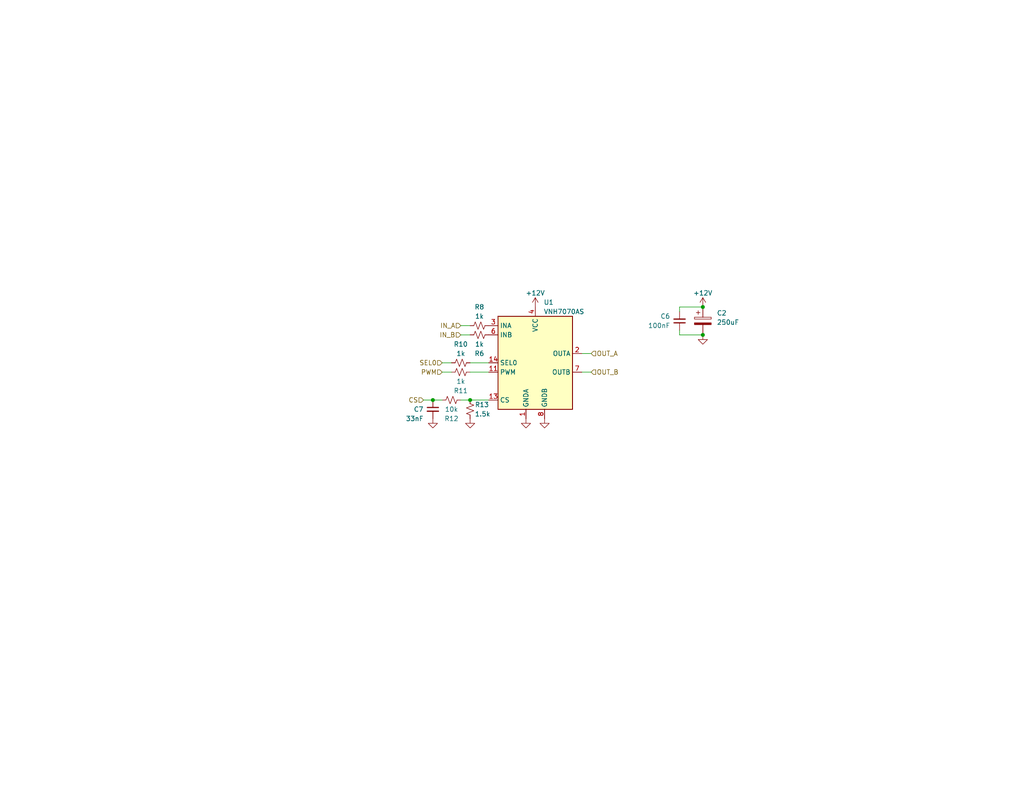
<source format=kicad_sch>
(kicad_sch (version 20231120) (generator "eeschema") (generator_version "8.0")
  (paper "USLetter")
  (title_block (title "AMP PCBv3") (date "2024-04-03") (rev "B") (company "Autonomous Motorsports Purdue"))
  (lib_symbols
    (symbol "AMP_Custom:VNH7070AS"
      (property "Reference" "U" (at -7.62 13.97 0))
      (property "Value" "VNH7070AS" (at 6.604 13.97 0))
      (symbol "VNH7070AS_0_1"
        (rectangle (start -10.16 12.7) (end 10.16 -12.7) (stroke (width 0.254)) (fill (type background)))
      )
      (symbol "VNH7070AS_1_1"
        (pin power_in line (at -2.54 -15.24 90) (length 2.54) (name "GNDA") (number "1"))
        (pin output line (at 12.7 -2.54 180) (length 2.54) hide (name "OUTB") (number "10"))
        (pin open_collector line (at -12.7 -2.54 0) (length 2.54) (name "PWM") (number "11"))
        (pin power_in line (at 0 15.24 270) (length 2.54) hide (name "VCC") (number "12"))
        (pin output line (at -12.7 -10.16 0) (length 2.54) (name "CS") (number "13"))
        (pin open_collector line (at -12.7 0 0) (length 2.54) (name "SEL0") (number "14"))
        (pin output line (at 12.7 2.54 180) (length 2.54) hide (name "OUTA") (number "15"))
        (pin power_in line (at -2.54 -15.24 90) (length 2.54) hide (name "GNDA") (number "16"))
        (pin output line (at 12.7 2.54 180) (length 2.54) (name "OUTA") (number "2"))
        (pin input line (at -12.7 10.16 0) (length 2.54) (name "INA") (number "3"))
        (pin power_in line (at 0 15.24 270) (length 2.54) (name "VCC") (number "4"))
        (pin power_in line (at 0 15.24 270) (length 2.54) hide (name "VCC") (number "5"))
        (pin input line (at -12.7 7.62 0) (length 2.54) (name "INB") (number "6"))
        (pin output line (at 12.7 -2.54 180) (length 2.54) (name "OUTB") (number "7"))
        (pin power_in line (at 2.54 -15.24 90) (length 2.54) (name "GNDB") (number "8"))
        (pin power_in line (at 2.54 -15.24 90) (length 2.54) hide (name "GNDB") (number "9"))
      )
    )
    (symbol "Device:C_Polarized" (pin_numbers hide) (pin_names (offset 0.254))
      (property "Reference" "C" (at 0.635 2.54 0))
      (property "Value" "C_Polarized" (at 0.635 -2.54 0))
      (symbol "C_Polarized_0_1"
        (rectangle (start -2.286 0.508) (end 2.286 1.016))
        (polyline (pts (xy -1.778 2.286) (xy -0.762 2.286)))
        (polyline (pts (xy -1.27 2.794) (xy -1.27 1.778)))
        (rectangle (start 2.286 -0.508) (end -2.286 -1.016) (fill (type outline)))
      )
      (symbol "C_Polarized_1_1"
        (pin passive line (at 0 3.81 270) (length 2.794) (name "~") (number "1"))
        (pin passive line (at 0 -3.81 90) (length 2.794) (name "~") (number "2"))
      )
    )
    (symbol "Device:C_Small" (pin_numbers hide) (pin_names (offset 0.254) hide)
      (property "Reference" "C" (at 0.254 1.778 0))
      (property "Value" "C_Small" (at 0.254 -2.032 0))
      (symbol "C_Small_0_1"
        (polyline (pts (xy -1.524 -0.508) (xy 1.524 -0.508)) (stroke (width 0.3302)))
        (polyline (pts (xy -1.524 0.508) (xy 1.524 0.508)) (stroke (width 0.3048)))
      )
      (symbol "C_Small_1_1"
        (pin passive line (at 0 2.54 270) (length 2.032) (name "~") (number "1"))
        (pin passive line (at 0 -2.54 90) (length 2.032) (name "~") (number "2"))
      )
    )
    (symbol "Device:R_Small_US" (pin_numbers hide) (pin_names (offset 0.254) hide)
      (property "Reference" "R" (at 0.762 0.508 0))
      (property "Value" "R_Small_US" (at 0.762 -1.016 0))
      (symbol "R_Small_US_1_1"
        (polyline (pts (xy 0 0) (xy 1.016 -0.381) (xy 0 -0.762) (xy -1.016 -1.143) (xy 0 -1.524)))
        (polyline (pts (xy 0 1.524) (xy 1.016 1.143) (xy 0 0.762) (xy -1.016 0.381) (xy 0 0)))
        (pin passive line (at 0 2.54 270) (length 1.016) (name "~") (number "1"))
        (pin passive line (at 0 -2.54 90) (length 1.016) (name "~") (number "2"))
      )
    )
    (symbol "power:+12V" (power) (pin_names (offset 0))
      (property "Value" "+12V" (at 0 3.556 0))
      (symbol "+12V_0_1"
        (polyline (pts (xy -0.762 1.27) (xy 0 2.54)))
        (polyline (pts (xy 0 0) (xy 0 2.54)))
        (polyline (pts (xy 0 2.54) (xy 0.762 1.27)))
      )
      (symbol "+12V_1_1"
        (pin power_in line (at 0 0 90) (length 0) hide (name "+12V") (number "1"))
      )
    )
    (symbol "power:GND" (power) (pin_names (offset 0))
      (property "Value" "GND" (at 0 -3.81 0))
      (symbol "GND_0_1"
        (polyline (pts (xy 0 0) (xy 0 -1.27) (xy 1.27 -1.27) (xy 0 -2.54) (xy -1.27 -1.27) (xy 0 -1.27)))
      )
      (symbol "GND_1_1"
        (pin power_in line (at 0 0 270) (length 0) hide (name "GND") (number "1"))
      )
    )
  )
  (junction (at 191.77 83.82))
  (junction (at 128.27 109.22))
  (junction (at 118.11 109.22))
  (junction (at 191.77 91.44))
  (wire (pts (xy 161.29 101.6) (xy 158.75 101.6)))
  (wire (pts (xy 185.42 91.44) (xy 191.77 91.44)))
  (wire (pts (xy 185.42 83.82) (xy 191.77 83.82)))
  (wire (pts (xy 120.65 101.6) (xy 123.19 101.6)))
  (wire (pts (xy 128.27 101.6) (xy 133.35 101.6)))
  (wire (pts (xy 125.73 88.9) (xy 128.27 88.9)))
  (wire (pts (xy 120.65 99.06) (xy 123.19 99.06)))
  (wire (pts (xy 125.73 91.44) (xy 128.27 91.44)))
  (wire (pts (xy 128.27 99.06) (xy 133.35 99.06)))
  (wire (pts (xy 185.42 90.17) (xy 185.42 91.44)))
  (wire (pts (xy 125.73 109.22) (xy 128.27 109.22)))
  (wire (pts (xy 128.27 109.22) (xy 133.35 109.22)))
  (wire (pts (xy 185.42 85.09) (xy 185.42 83.82)))
  (wire (pts (xy 118.11 109.22) (xy 120.65 109.22)))
  (wire (pts (xy 158.75 96.52) (xy 161.29 96.52)))
  (wire (pts (xy 115.57 109.22) (xy 118.11 109.22)))
  (hierarchical_label "CS" (shape input) (at 115.57 109.22 180))
  (hierarchical_label "IN_B" (shape input) (at 125.73 91.44 180))
  (hierarchical_label "PWM" (shape input) (at 120.65 101.6 180))
  (hierarchical_label "OUT_A" (shape input) (at 161.29 96.52 0))
  (hierarchical_label "SEL0" (shape input) (at 120.65 99.06 180))
  (hierarchical_label "IN_A" (shape input) (at 125.73 88.9 180))
  (hierarchical_label "OUT_B" (shape input) (at 161.29 101.6 0))
  (symbol (lib_id "power:GND") (at 128.27 114.3 0) (unit 1)
    (property "Reference" "#PWR041" (effects (hide yes)))
    (property "Value" "GND" (effects (hide yes)))
  )
  (symbol (lib_id "Device:R_Small_US") (at 130.81 88.9 90) (unit 1)
    (property "Reference" "R8" (at 130.81 83.82 90))
    (property "Value" "1k" (at 130.81 86.36 90))
    (property "Footprint" "Resistor_SMD:R_0805_2012Metric_Pad1.20x1.40mm_HandSolder" (effects (hide yes)))
    (property "JLC" "C17513" (effects (hide yes)))
  )
  (symbol (lib_id "power:GND") (at 118.11 114.3 0) (unit 1)
    (property "Reference" "#PWR042" (effects (hide yes)))
    (property "Value" "GND" (effects (hide yes)))
  )
  (symbol (lib_id "power:GND") (at 191.77 91.44 0) (unit 1)
    (property "Reference" "#PWR046" (effects (hide yes)))
    (property "Value" "GND" (effects (hide yes)))
  )
  (symbol (lib_id "Device:R_Small_US") (at 125.73 101.6 270) (unit 1)
    (property "Reference" "R11" (at 125.73 106.68 90))
    (property "Value" "1k" (at 125.73 104.14 90))
    (property "Footprint" "Resistor_SMD:R_0805_2012Metric_Pad1.20x1.40mm_HandSolder" (effects (hide yes)))
    (property "JLC" "C17513" (effects (hide yes)))
  )
  (symbol (lib_id "AMP_Custom:VNH7070AS") (at 146.05 99.06 0) (unit 1)
    (property "Reference" "U1" (at 148.336 82.55 0) (effects (justify left)))
    (property "Value" "VNH7070AS" (at 148.336 85.09 0) (effects (justify left)))
    (property "Footprint" "Package_SO:SOP-16_3.9x9.9mm_P1.27mm" (effects (hide yes)))
    (property "Datasheet" "https://www.st.com/content/ccc/resource/technical/document/datasheet/08/97/0a/0c/cf/4b/41/40/DM00213876.pdf/files/DM00213876.pdf/jcr:content/translations/en.DM00213876.pdf" (effects (hide yes)))
    (property "Description" "Full Bridge Motor Driver, 41V, 30A, -40 to 150C, MultiPowerSO-30" (effects (hide yes)))
    (property "JLC" "C2150622" (effects (hide yes)))
  )
  (symbol (lib_id "Device:C_Small") (at 185.42 87.63 0) (mirror x) (unit 1)
    (property "Reference" "C6" (at 182.88 86.3536 0) (effects (justify right)))
    (property "Value" "100nF" (at 182.88 88.8936 0) (effects (justify right)))
    (property "Footprint" "Capacitor_SMD:C_0805_2012Metric_Pad1.18x1.45mm_HandSolder" (effects (hide yes)))
    (property "JLC" "C49678" (effects (hide yes)))
  )
  (symbol (lib_id "power:+12V") (at 191.77 83.82 0) (unit 1)
    (property "Reference" "#PWR045" (effects (hide yes)))
    (property "Value" "+12V" (at 191.77 80.01 0))
  )
  (symbol (lib_id "power:GND") (at 148.59 114.3 0) (unit 1)
    (property "Reference" "#PWR040" (effects (hide yes)))
    (property "Value" "GND" (effects (hide yes)))
  )
  (symbol (lib_id "Device:C_Polarized") (at 191.77 87.63 0) (unit 1) (in_bom no)
    (property "Reference" "C2" (at 195.58 85.471 0) (effects (justify left)))
    (property "Value" "250uF" (at 195.58 88.011 0) (effects (justify left)))
    (property "Footprint" "Capacitor_THT:CP_Radial_D8.0mm_P3.50mm" (effects (hide yes)))
    (property "MPN" "A750KS227M1EAAE015" (effects (hide yes)))
  )
  (symbol (lib_id "power:GND") (at 143.51 114.3 0) (unit 1)
    (property "Reference" "#PWR039" (effects (hide yes)))
    (property "Value" "GND" (effects (hide yes)))
  )
  (symbol (lib_id "Device:C_Small") (at 118.11 111.76 0) (mirror y) (unit 1)
    (property "Reference" "C7" (at 115.57 111.76 0) (effects (justify left)))
    (property "Value" "33nF" (at 115.57 114.3 0) (effects (justify left)))
    (property "Footprint" "Capacitor_SMD:C_0805_2012Metric_Pad1.18x1.45mm_HandSolder" (effects (hide yes)))
    (property "JLC" "C1739" (effects (hide yes)))
  )
  (symbol (lib_id "Device:R_Small_US") (at 130.81 91.44 270) (unit 1)
    (property "Reference" "R6" (at 130.81 96.52 90))
    (property "Value" "1k" (at 130.81 93.98 90))
    (property "Footprint" "Resistor_SMD:R_0805_2012Metric_Pad1.20x1.40mm_HandSolder" (effects (hide yes)))
    (property "JLC" "C17513" (effects (hide yes)))
  )
  (symbol (lib_id "Device:R_Small_US") (at 128.27 111.76 0) (unit 1)
    (property "Reference" "R13" (at 129.54 110.49 0) (effects (justify left)))
    (property "Value" "1.5k" (at 129.54 113.03 0) (effects (justify left)))
    (property "Footprint" "Resistor_SMD:R_0805_2012Metric_Pad1.20x1.40mm_HandSolder" (effects (hide yes)))
    (property "JLC" "C4310" (effects (hide yes)))
  )
  (symbol (lib_id "power:+12V") (at 146.05 83.82 0) (unit 1)
    (property "Reference" "#PWR036" (effects (hide yes)))
    (property "Value" "+12V" (at 146.05 80.01 0))
  )
  (symbol (lib_id "Device:R_Small_US") (at 123.19 109.22 90) (unit 1)
    (property "Reference" "R12" (at 123.19 114.3 90))
    (property "Value" "10k" (at 123.19 111.76 90))
    (property "Footprint" "Resistor_SMD:R_0805_2012Metric_Pad1.20x1.40mm_HandSolder" (effects (hide yes)))
    (property "JLC" "C17414" (effects (hide yes)))
  )
  (symbol (lib_id "Device:R_Small_US") (at 125.73 99.06 90) (unit 1)
    (property "Reference" "R10" (at 125.73 93.98 90))
    (property "Value" "1k" (at 125.73 96.52 90))
    (property "Footprint" "Resistor_SMD:R_0805_2012Metric_Pad1.20x1.40mm_HandSolder" (effects (hide yes)))
    (property "JLC" "C17513" (effects (hide yes)))
  )
)
</source>
